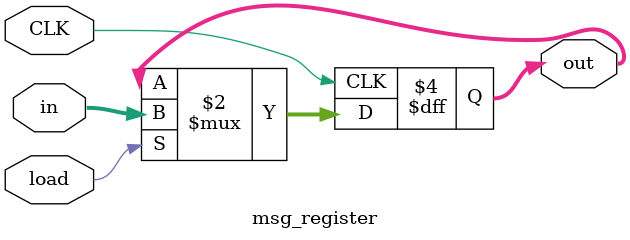
<source format=sv>
module msg_register(
				
				input logic CLK,
				input logic [127:0] in,
				input logic load,
				output logic [127:0] out
				
			);
			
			
			
	always_ff @ (posedge CLK) begin
		if(load)
			out <= in;
	end
endmodule 
</source>
